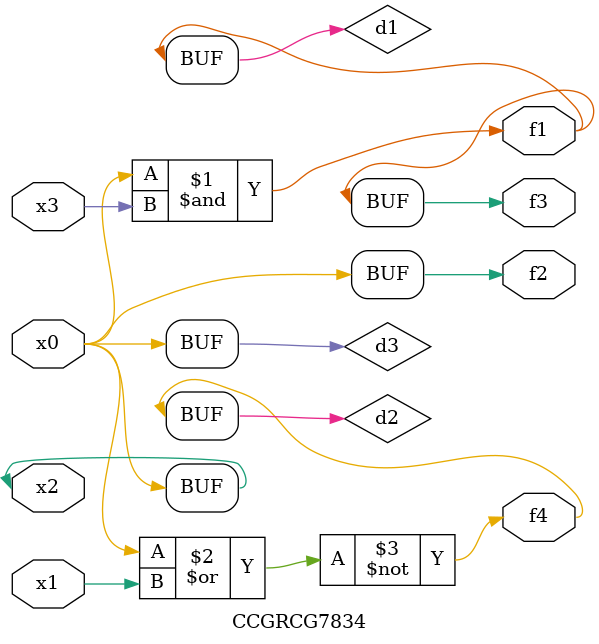
<source format=v>
module CCGRCG7834(
	input x0, x1, x2, x3,
	output f1, f2, f3, f4
);

	wire d1, d2, d3;

	and (d1, x2, x3);
	nor (d2, x0, x1);
	buf (d3, x0, x2);
	assign f1 = d1;
	assign f2 = d3;
	assign f3 = d1;
	assign f4 = d2;
endmodule

</source>
